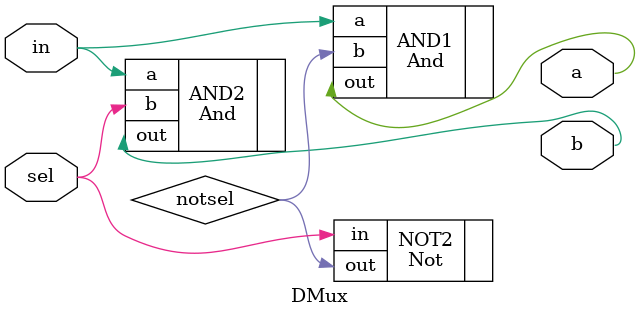
<source format=v>
/**
 * Demultiplexor:
 * {a, b} = {in, 0} if sel == 0
 *          {0, in} if sel == 1
 */
`include "Not.v"
`include "And.v"
`default_nettype none

module DMux(
	input wire in,
	input wire sel,
    output wire a,
	output wire b
);

// your implementation comes here:
    // Not(in=sel, out=notsel);
    // And(a=in, b=notsel, out=a);
    // And(a=in, b=sel, out=b);
    wire notsel;
    Not NOT2(.in(sel), .out(notsel));
	And AND1(.a(in),.b(notsel),.out(a));
	And AND2(.a(in),.b(sel),.out(b));

endmodule

</source>
